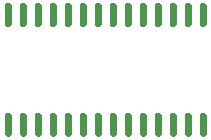
<source format=gbr>
%TF.GenerationSoftware,KiCad,Pcbnew,5.1.10-88a1d61d58~88~ubuntu20.04.1*%
%TF.CreationDate,2021-05-13T20:29:17+02:00*%
%TF.ProjectId,anna_elsa_moves_display,616e6e61-5f65-46c7-9361-5f6d6f766573,rev?*%
%TF.SameCoordinates,Original*%
%TF.FileFunction,Paste,Bot*%
%TF.FilePolarity,Positive*%
%FSLAX46Y46*%
G04 Gerber Fmt 4.6, Leading zero omitted, Abs format (unit mm)*
G04 Created by KiCad (PCBNEW 5.1.10-88a1d61d58~88~ubuntu20.04.1) date 2021-05-13 20:29:17*
%MOMM*%
%LPD*%
G01*
G04 APERTURE LIST*
G04 APERTURE END LIST*
%TO.C,J1*%
G36*
G01*
X111262500Y-83980000D02*
X110987500Y-83980000D01*
G75*
G02*
X110850000Y-83842500I0J137500D01*
G01*
X110850000Y-82117500D01*
G75*
G02*
X110987500Y-81980000I137500J0D01*
G01*
X111262500Y-81980000D01*
G75*
G02*
X111400000Y-82117500I0J-137500D01*
G01*
X111400000Y-83842500D01*
G75*
G02*
X111262500Y-83980000I-137500J0D01*
G01*
G37*
G36*
G01*
X112532500Y-83980000D02*
X112257500Y-83980000D01*
G75*
G02*
X112120000Y-83842500I0J137500D01*
G01*
X112120000Y-82117500D01*
G75*
G02*
X112257500Y-81980000I137500J0D01*
G01*
X112532500Y-81980000D01*
G75*
G02*
X112670000Y-82117500I0J-137500D01*
G01*
X112670000Y-83842500D01*
G75*
G02*
X112532500Y-83980000I-137500J0D01*
G01*
G37*
G36*
G01*
X111262500Y-93280000D02*
X110987500Y-93280000D01*
G75*
G02*
X110850000Y-93142500I0J137500D01*
G01*
X110850000Y-91417500D01*
G75*
G02*
X110987500Y-91280000I137500J0D01*
G01*
X111262500Y-91280000D01*
G75*
G02*
X111400000Y-91417500I0J-137500D01*
G01*
X111400000Y-93142500D01*
G75*
G02*
X111262500Y-93280000I-137500J0D01*
G01*
G37*
G36*
G01*
X112532500Y-93280000D02*
X112257500Y-93280000D01*
G75*
G02*
X112120000Y-93142500I0J137500D01*
G01*
X112120000Y-91417500D01*
G75*
G02*
X112257500Y-91280000I137500J0D01*
G01*
X112532500Y-91280000D01*
G75*
G02*
X112670000Y-91417500I0J-137500D01*
G01*
X112670000Y-93142500D01*
G75*
G02*
X112532500Y-93280000I-137500J0D01*
G01*
G37*
G36*
G01*
X127772500Y-83980000D02*
X127497500Y-83980000D01*
G75*
G02*
X127360000Y-83842500I0J137500D01*
G01*
X127360000Y-82117500D01*
G75*
G02*
X127497500Y-81980000I137500J0D01*
G01*
X127772500Y-81980000D01*
G75*
G02*
X127910000Y-82117500I0J-137500D01*
G01*
X127910000Y-83842500D01*
G75*
G02*
X127772500Y-83980000I-137500J0D01*
G01*
G37*
G36*
G01*
X126502500Y-83980000D02*
X126227500Y-83980000D01*
G75*
G02*
X126090000Y-83842500I0J137500D01*
G01*
X126090000Y-82117500D01*
G75*
G02*
X126227500Y-81980000I137500J0D01*
G01*
X126502500Y-81980000D01*
G75*
G02*
X126640000Y-82117500I0J-137500D01*
G01*
X126640000Y-83842500D01*
G75*
G02*
X126502500Y-83980000I-137500J0D01*
G01*
G37*
G36*
G01*
X125232500Y-83980000D02*
X124957500Y-83980000D01*
G75*
G02*
X124820000Y-83842500I0J137500D01*
G01*
X124820000Y-82117500D01*
G75*
G02*
X124957500Y-81980000I137500J0D01*
G01*
X125232500Y-81980000D01*
G75*
G02*
X125370000Y-82117500I0J-137500D01*
G01*
X125370000Y-83842500D01*
G75*
G02*
X125232500Y-83980000I-137500J0D01*
G01*
G37*
G36*
G01*
X123962500Y-83980000D02*
X123687500Y-83980000D01*
G75*
G02*
X123550000Y-83842500I0J137500D01*
G01*
X123550000Y-82117500D01*
G75*
G02*
X123687500Y-81980000I137500J0D01*
G01*
X123962500Y-81980000D01*
G75*
G02*
X124100000Y-82117500I0J-137500D01*
G01*
X124100000Y-83842500D01*
G75*
G02*
X123962500Y-83980000I-137500J0D01*
G01*
G37*
G36*
G01*
X122692500Y-83980000D02*
X122417500Y-83980000D01*
G75*
G02*
X122280000Y-83842500I0J137500D01*
G01*
X122280000Y-82117500D01*
G75*
G02*
X122417500Y-81980000I137500J0D01*
G01*
X122692500Y-81980000D01*
G75*
G02*
X122830000Y-82117500I0J-137500D01*
G01*
X122830000Y-83842500D01*
G75*
G02*
X122692500Y-83980000I-137500J0D01*
G01*
G37*
G36*
G01*
X121422500Y-83980000D02*
X121147500Y-83980000D01*
G75*
G02*
X121010000Y-83842500I0J137500D01*
G01*
X121010000Y-82117500D01*
G75*
G02*
X121147500Y-81980000I137500J0D01*
G01*
X121422500Y-81980000D01*
G75*
G02*
X121560000Y-82117500I0J-137500D01*
G01*
X121560000Y-83842500D01*
G75*
G02*
X121422500Y-83980000I-137500J0D01*
G01*
G37*
G36*
G01*
X120152500Y-83980000D02*
X119877500Y-83980000D01*
G75*
G02*
X119740000Y-83842500I0J137500D01*
G01*
X119740000Y-82117500D01*
G75*
G02*
X119877500Y-81980000I137500J0D01*
G01*
X120152500Y-81980000D01*
G75*
G02*
X120290000Y-82117500I0J-137500D01*
G01*
X120290000Y-83842500D01*
G75*
G02*
X120152500Y-83980000I-137500J0D01*
G01*
G37*
G36*
G01*
X118882500Y-83980000D02*
X118607500Y-83980000D01*
G75*
G02*
X118470000Y-83842500I0J137500D01*
G01*
X118470000Y-82117500D01*
G75*
G02*
X118607500Y-81980000I137500J0D01*
G01*
X118882500Y-81980000D01*
G75*
G02*
X119020000Y-82117500I0J-137500D01*
G01*
X119020000Y-83842500D01*
G75*
G02*
X118882500Y-83980000I-137500J0D01*
G01*
G37*
G36*
G01*
X117612500Y-83980000D02*
X117337500Y-83980000D01*
G75*
G02*
X117200000Y-83842500I0J137500D01*
G01*
X117200000Y-82117500D01*
G75*
G02*
X117337500Y-81980000I137500J0D01*
G01*
X117612500Y-81980000D01*
G75*
G02*
X117750000Y-82117500I0J-137500D01*
G01*
X117750000Y-83842500D01*
G75*
G02*
X117612500Y-83980000I-137500J0D01*
G01*
G37*
G36*
G01*
X116342500Y-83980000D02*
X116067500Y-83980000D01*
G75*
G02*
X115930000Y-83842500I0J137500D01*
G01*
X115930000Y-82117500D01*
G75*
G02*
X116067500Y-81980000I137500J0D01*
G01*
X116342500Y-81980000D01*
G75*
G02*
X116480000Y-82117500I0J-137500D01*
G01*
X116480000Y-83842500D01*
G75*
G02*
X116342500Y-83980000I-137500J0D01*
G01*
G37*
G36*
G01*
X115072500Y-83980000D02*
X114797500Y-83980000D01*
G75*
G02*
X114660000Y-83842500I0J137500D01*
G01*
X114660000Y-82117500D01*
G75*
G02*
X114797500Y-81980000I137500J0D01*
G01*
X115072500Y-81980000D01*
G75*
G02*
X115210000Y-82117500I0J-137500D01*
G01*
X115210000Y-83842500D01*
G75*
G02*
X115072500Y-83980000I-137500J0D01*
G01*
G37*
G36*
G01*
X113802500Y-83980000D02*
X113527500Y-83980000D01*
G75*
G02*
X113390000Y-83842500I0J137500D01*
G01*
X113390000Y-82117500D01*
G75*
G02*
X113527500Y-81980000I137500J0D01*
G01*
X113802500Y-81980000D01*
G75*
G02*
X113940000Y-82117500I0J-137500D01*
G01*
X113940000Y-83842500D01*
G75*
G02*
X113802500Y-83980000I-137500J0D01*
G01*
G37*
G36*
G01*
X113802500Y-93280000D02*
X113527500Y-93280000D01*
G75*
G02*
X113390000Y-93142500I0J137500D01*
G01*
X113390000Y-91417500D01*
G75*
G02*
X113527500Y-91280000I137500J0D01*
G01*
X113802500Y-91280000D01*
G75*
G02*
X113940000Y-91417500I0J-137500D01*
G01*
X113940000Y-93142500D01*
G75*
G02*
X113802500Y-93280000I-137500J0D01*
G01*
G37*
G36*
G01*
X115072500Y-93280000D02*
X114797500Y-93280000D01*
G75*
G02*
X114660000Y-93142500I0J137500D01*
G01*
X114660000Y-91417500D01*
G75*
G02*
X114797500Y-91280000I137500J0D01*
G01*
X115072500Y-91280000D01*
G75*
G02*
X115210000Y-91417500I0J-137500D01*
G01*
X115210000Y-93142500D01*
G75*
G02*
X115072500Y-93280000I-137500J0D01*
G01*
G37*
G36*
G01*
X116342500Y-93280000D02*
X116067500Y-93280000D01*
G75*
G02*
X115930000Y-93142500I0J137500D01*
G01*
X115930000Y-91417500D01*
G75*
G02*
X116067500Y-91280000I137500J0D01*
G01*
X116342500Y-91280000D01*
G75*
G02*
X116480000Y-91417500I0J-137500D01*
G01*
X116480000Y-93142500D01*
G75*
G02*
X116342500Y-93280000I-137500J0D01*
G01*
G37*
G36*
G01*
X117612500Y-93280000D02*
X117337500Y-93280000D01*
G75*
G02*
X117200000Y-93142500I0J137500D01*
G01*
X117200000Y-91417500D01*
G75*
G02*
X117337500Y-91280000I137500J0D01*
G01*
X117612500Y-91280000D01*
G75*
G02*
X117750000Y-91417500I0J-137500D01*
G01*
X117750000Y-93142500D01*
G75*
G02*
X117612500Y-93280000I-137500J0D01*
G01*
G37*
G36*
G01*
X118882500Y-93280000D02*
X118607500Y-93280000D01*
G75*
G02*
X118470000Y-93142500I0J137500D01*
G01*
X118470000Y-91417500D01*
G75*
G02*
X118607500Y-91280000I137500J0D01*
G01*
X118882500Y-91280000D01*
G75*
G02*
X119020000Y-91417500I0J-137500D01*
G01*
X119020000Y-93142500D01*
G75*
G02*
X118882500Y-93280000I-137500J0D01*
G01*
G37*
G36*
G01*
X120152500Y-93280000D02*
X119877500Y-93280000D01*
G75*
G02*
X119740000Y-93142500I0J137500D01*
G01*
X119740000Y-91417500D01*
G75*
G02*
X119877500Y-91280000I137500J0D01*
G01*
X120152500Y-91280000D01*
G75*
G02*
X120290000Y-91417500I0J-137500D01*
G01*
X120290000Y-93142500D01*
G75*
G02*
X120152500Y-93280000I-137500J0D01*
G01*
G37*
G36*
G01*
X121422500Y-93280000D02*
X121147500Y-93280000D01*
G75*
G02*
X121010000Y-93142500I0J137500D01*
G01*
X121010000Y-91417500D01*
G75*
G02*
X121147500Y-91280000I137500J0D01*
G01*
X121422500Y-91280000D01*
G75*
G02*
X121560000Y-91417500I0J-137500D01*
G01*
X121560000Y-93142500D01*
G75*
G02*
X121422500Y-93280000I-137500J0D01*
G01*
G37*
G36*
G01*
X122692500Y-93280000D02*
X122417500Y-93280000D01*
G75*
G02*
X122280000Y-93142500I0J137500D01*
G01*
X122280000Y-91417500D01*
G75*
G02*
X122417500Y-91280000I137500J0D01*
G01*
X122692500Y-91280000D01*
G75*
G02*
X122830000Y-91417500I0J-137500D01*
G01*
X122830000Y-93142500D01*
G75*
G02*
X122692500Y-93280000I-137500J0D01*
G01*
G37*
G36*
G01*
X123962500Y-93280000D02*
X123687500Y-93280000D01*
G75*
G02*
X123550000Y-93142500I0J137500D01*
G01*
X123550000Y-91417500D01*
G75*
G02*
X123687500Y-91280000I137500J0D01*
G01*
X123962500Y-91280000D01*
G75*
G02*
X124100000Y-91417500I0J-137500D01*
G01*
X124100000Y-93142500D01*
G75*
G02*
X123962500Y-93280000I-137500J0D01*
G01*
G37*
G36*
G01*
X125232500Y-93280000D02*
X124957500Y-93280000D01*
G75*
G02*
X124820000Y-93142500I0J137500D01*
G01*
X124820000Y-91417500D01*
G75*
G02*
X124957500Y-91280000I137500J0D01*
G01*
X125232500Y-91280000D01*
G75*
G02*
X125370000Y-91417500I0J-137500D01*
G01*
X125370000Y-93142500D01*
G75*
G02*
X125232500Y-93280000I-137500J0D01*
G01*
G37*
G36*
G01*
X126502500Y-93280000D02*
X126227500Y-93280000D01*
G75*
G02*
X126090000Y-93142500I0J137500D01*
G01*
X126090000Y-91417500D01*
G75*
G02*
X126227500Y-91280000I137500J0D01*
G01*
X126502500Y-91280000D01*
G75*
G02*
X126640000Y-91417500I0J-137500D01*
G01*
X126640000Y-93142500D01*
G75*
G02*
X126502500Y-93280000I-137500J0D01*
G01*
G37*
G36*
G01*
X127772500Y-93280000D02*
X127497500Y-93280000D01*
G75*
G02*
X127360000Y-93142500I0J137500D01*
G01*
X127360000Y-91417500D01*
G75*
G02*
X127497500Y-91280000I137500J0D01*
G01*
X127772500Y-91280000D01*
G75*
G02*
X127910000Y-91417500I0J-137500D01*
G01*
X127910000Y-93142500D01*
G75*
G02*
X127772500Y-93280000I-137500J0D01*
G01*
G37*
%TD*%
M02*

</source>
